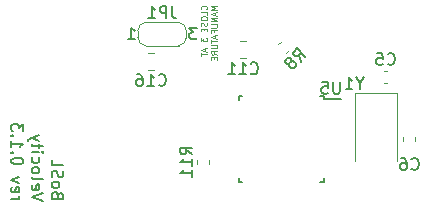
<source format=gbr>
G04 #@! TF.GenerationSoftware,KiCad,Pcbnew,(5.1.5)-3*
G04 #@! TF.CreationDate,2020-07-02T11:34:45+10:00*
G04 #@! TF.ProjectId,Heterodyne,48657465-726f-4647-996e-652e6b696361,rev?*
G04 #@! TF.SameCoordinates,Original*
G04 #@! TF.FileFunction,Legend,Bot*
G04 #@! TF.FilePolarity,Positive*
%FSLAX46Y46*%
G04 Gerber Fmt 4.6, Leading zero omitted, Abs format (unit mm)*
G04 Created by KiCad (PCBNEW (5.1.5)-3) date 2020-07-02 11:34:45*
%MOMM*%
%LPD*%
G04 APERTURE LIST*
%ADD10C,0.125000*%
%ADD11C,0.200000*%
%ADD12C,0.120000*%
%ADD13C,0.150000*%
G04 APERTURE END LIST*
D10*
X120741071Y-49211904D02*
X120764880Y-49188095D01*
X120788690Y-49116666D01*
X120788690Y-49069047D01*
X120764880Y-48997619D01*
X120717261Y-48950000D01*
X120669642Y-48926190D01*
X120574404Y-48902380D01*
X120502976Y-48902380D01*
X120407738Y-48926190D01*
X120360119Y-48950000D01*
X120312500Y-48997619D01*
X120288690Y-49069047D01*
X120288690Y-49116666D01*
X120312500Y-49188095D01*
X120336309Y-49211904D01*
X120788690Y-49664285D02*
X120788690Y-49426190D01*
X120288690Y-49426190D01*
X120288690Y-49926190D02*
X120288690Y-50021428D01*
X120312500Y-50069047D01*
X120360119Y-50116666D01*
X120455357Y-50140476D01*
X120622023Y-50140476D01*
X120717261Y-50116666D01*
X120764880Y-50069047D01*
X120788690Y-50021428D01*
X120788690Y-49926190D01*
X120764880Y-49878571D01*
X120717261Y-49830952D01*
X120622023Y-49807142D01*
X120455357Y-49807142D01*
X120360119Y-49830952D01*
X120312500Y-49878571D01*
X120288690Y-49926190D01*
X120764880Y-50330952D02*
X120788690Y-50402380D01*
X120788690Y-50521428D01*
X120764880Y-50569047D01*
X120741071Y-50592857D01*
X120693452Y-50616666D01*
X120645833Y-50616666D01*
X120598214Y-50592857D01*
X120574404Y-50569047D01*
X120550595Y-50521428D01*
X120526785Y-50426190D01*
X120502976Y-50378571D01*
X120479166Y-50354761D01*
X120431547Y-50330952D01*
X120383928Y-50330952D01*
X120336309Y-50354761D01*
X120312500Y-50378571D01*
X120288690Y-50426190D01*
X120288690Y-50545238D01*
X120312500Y-50616666D01*
X120526785Y-50830952D02*
X120526785Y-50997619D01*
X120788690Y-51069047D02*
X120788690Y-50830952D01*
X120288690Y-50830952D01*
X120288690Y-51069047D01*
X120288690Y-51616666D02*
X120288690Y-51926190D01*
X120479166Y-51759523D01*
X120479166Y-51830952D01*
X120502976Y-51878571D01*
X120526785Y-51902380D01*
X120574404Y-51926190D01*
X120693452Y-51926190D01*
X120741071Y-51902380D01*
X120764880Y-51878571D01*
X120788690Y-51830952D01*
X120788690Y-51688095D01*
X120764880Y-51640476D01*
X120741071Y-51616666D01*
X120645833Y-52497619D02*
X120645833Y-52735714D01*
X120788690Y-52450000D02*
X120288690Y-52616666D01*
X120788690Y-52783333D01*
X120288690Y-52878571D02*
X120288690Y-53164285D01*
X120788690Y-53021428D02*
X120288690Y-53021428D01*
X121663690Y-48938095D02*
X121163690Y-48938095D01*
X121520833Y-49104761D01*
X121163690Y-49271428D01*
X121663690Y-49271428D01*
X121520833Y-49485714D02*
X121520833Y-49723809D01*
X121663690Y-49438095D02*
X121163690Y-49604761D01*
X121663690Y-49771428D01*
X121663690Y-49938095D02*
X121163690Y-49938095D01*
X121663690Y-50223809D01*
X121163690Y-50223809D01*
X121163690Y-50461904D02*
X121568452Y-50461904D01*
X121616071Y-50485714D01*
X121639880Y-50509523D01*
X121663690Y-50557142D01*
X121663690Y-50652380D01*
X121639880Y-50700000D01*
X121616071Y-50723809D01*
X121568452Y-50747619D01*
X121163690Y-50747619D01*
X121401785Y-51152380D02*
X121401785Y-50985714D01*
X121663690Y-50985714D02*
X121163690Y-50985714D01*
X121163690Y-51223809D01*
X121520833Y-51390476D02*
X121520833Y-51628571D01*
X121663690Y-51342857D02*
X121163690Y-51509523D01*
X121663690Y-51676190D01*
X121163690Y-51771428D02*
X121163690Y-52057142D01*
X121663690Y-51914285D02*
X121163690Y-51914285D01*
X121163690Y-52223809D02*
X121568452Y-52223809D01*
X121616071Y-52247619D01*
X121639880Y-52271428D01*
X121663690Y-52319047D01*
X121663690Y-52414285D01*
X121639880Y-52461904D01*
X121616071Y-52485714D01*
X121568452Y-52509523D01*
X121163690Y-52509523D01*
X121663690Y-53033333D02*
X121425595Y-52866666D01*
X121663690Y-52747619D02*
X121163690Y-52747619D01*
X121163690Y-52938095D01*
X121187500Y-52985714D01*
X121211309Y-53009523D01*
X121258928Y-53033333D01*
X121330357Y-53033333D01*
X121377976Y-53009523D01*
X121401785Y-52985714D01*
X121425595Y-52938095D01*
X121425595Y-52747619D01*
X121401785Y-53247619D02*
X121401785Y-53414285D01*
X121663690Y-53485714D02*
X121663690Y-53247619D01*
X121163690Y-53247619D01*
X121163690Y-53485714D01*
D11*
X108171428Y-64948571D02*
X108123809Y-64805714D01*
X108076190Y-64758095D01*
X107980952Y-64710476D01*
X107838095Y-64710476D01*
X107742857Y-64758095D01*
X107695238Y-64805714D01*
X107647619Y-64900952D01*
X107647619Y-65281904D01*
X108647619Y-65281904D01*
X108647619Y-64948571D01*
X108600000Y-64853333D01*
X108552380Y-64805714D01*
X108457142Y-64758095D01*
X108361904Y-64758095D01*
X108266666Y-64805714D01*
X108219047Y-64853333D01*
X108171428Y-64948571D01*
X108171428Y-65281904D01*
X107647619Y-64139047D02*
X107695238Y-64234285D01*
X107742857Y-64281904D01*
X107838095Y-64329523D01*
X108123809Y-64329523D01*
X108219047Y-64281904D01*
X108266666Y-64234285D01*
X108314285Y-64139047D01*
X108314285Y-63996190D01*
X108266666Y-63900952D01*
X108219047Y-63853333D01*
X108123809Y-63805714D01*
X107838095Y-63805714D01*
X107742857Y-63853333D01*
X107695238Y-63900952D01*
X107647619Y-63996190D01*
X107647619Y-64139047D01*
X107695238Y-63424761D02*
X107647619Y-63281904D01*
X107647619Y-63043809D01*
X107695238Y-62948571D01*
X107742857Y-62900952D01*
X107838095Y-62853333D01*
X107933333Y-62853333D01*
X108028571Y-62900952D01*
X108076190Y-62948571D01*
X108123809Y-63043809D01*
X108171428Y-63234285D01*
X108219047Y-63329523D01*
X108266666Y-63377142D01*
X108361904Y-63424761D01*
X108457142Y-63424761D01*
X108552380Y-63377142D01*
X108600000Y-63329523D01*
X108647619Y-63234285D01*
X108647619Y-62996190D01*
X108600000Y-62853333D01*
X107647619Y-61948571D02*
X107647619Y-62424761D01*
X108647619Y-62424761D01*
X106947619Y-65424761D02*
X105947619Y-65091428D01*
X106947619Y-64758095D01*
X105995238Y-64043809D02*
X105947619Y-64139047D01*
X105947619Y-64329523D01*
X105995238Y-64424761D01*
X106090476Y-64472380D01*
X106471428Y-64472380D01*
X106566666Y-64424761D01*
X106614285Y-64329523D01*
X106614285Y-64139047D01*
X106566666Y-64043809D01*
X106471428Y-63996190D01*
X106376190Y-63996190D01*
X106280952Y-64472380D01*
X105947619Y-63424761D02*
X105995238Y-63520000D01*
X106090476Y-63567619D01*
X106947619Y-63567619D01*
X105947619Y-62900952D02*
X105995238Y-62996190D01*
X106042857Y-63043809D01*
X106138095Y-63091428D01*
X106423809Y-63091428D01*
X106519047Y-63043809D01*
X106566666Y-62996190D01*
X106614285Y-62900952D01*
X106614285Y-62758095D01*
X106566666Y-62662857D01*
X106519047Y-62615238D01*
X106423809Y-62567619D01*
X106138095Y-62567619D01*
X106042857Y-62615238D01*
X105995238Y-62662857D01*
X105947619Y-62758095D01*
X105947619Y-62900952D01*
X105995238Y-61710476D02*
X105947619Y-61805714D01*
X105947619Y-61996190D01*
X105995238Y-62091428D01*
X106042857Y-62139047D01*
X106138095Y-62186666D01*
X106423809Y-62186666D01*
X106519047Y-62139047D01*
X106566666Y-62091428D01*
X106614285Y-61996190D01*
X106614285Y-61805714D01*
X106566666Y-61710476D01*
X105947619Y-61281904D02*
X106614285Y-61281904D01*
X106947619Y-61281904D02*
X106900000Y-61329523D01*
X106852380Y-61281904D01*
X106900000Y-61234285D01*
X106947619Y-61281904D01*
X106852380Y-61281904D01*
X106614285Y-60948571D02*
X106614285Y-60567619D01*
X106947619Y-60805714D02*
X106090476Y-60805714D01*
X105995238Y-60758095D01*
X105947619Y-60662857D01*
X105947619Y-60567619D01*
X106614285Y-60329523D02*
X105947619Y-60091428D01*
X106614285Y-59853333D02*
X105947619Y-60091428D01*
X105709523Y-60186666D01*
X105661904Y-60234285D01*
X105614285Y-60329523D01*
X104247619Y-65281904D02*
X104914285Y-65281904D01*
X104723809Y-65281904D02*
X104819047Y-65234285D01*
X104866666Y-65186666D01*
X104914285Y-65091428D01*
X104914285Y-64996190D01*
X104295238Y-64281904D02*
X104247619Y-64377142D01*
X104247619Y-64567619D01*
X104295238Y-64662857D01*
X104390476Y-64710476D01*
X104771428Y-64710476D01*
X104866666Y-64662857D01*
X104914285Y-64567619D01*
X104914285Y-64377142D01*
X104866666Y-64281904D01*
X104771428Y-64234285D01*
X104676190Y-64234285D01*
X104580952Y-64710476D01*
X104914285Y-63900952D02*
X104247619Y-63662857D01*
X104914285Y-63424761D01*
X105247619Y-62091428D02*
X105247619Y-61996190D01*
X105200000Y-61900952D01*
X105152380Y-61853333D01*
X105057142Y-61805714D01*
X104866666Y-61758095D01*
X104628571Y-61758095D01*
X104438095Y-61805714D01*
X104342857Y-61853333D01*
X104295238Y-61900952D01*
X104247619Y-61996190D01*
X104247619Y-62091428D01*
X104295238Y-62186666D01*
X104342857Y-62234285D01*
X104438095Y-62281904D01*
X104628571Y-62329523D01*
X104866666Y-62329523D01*
X105057142Y-62281904D01*
X105152380Y-62234285D01*
X105200000Y-62186666D01*
X105247619Y-62091428D01*
X104342857Y-61329523D02*
X104295238Y-61281904D01*
X104247619Y-61329523D01*
X104295238Y-61377142D01*
X104342857Y-61329523D01*
X104247619Y-61329523D01*
X104247619Y-60329523D02*
X104247619Y-60900952D01*
X104247619Y-60615238D02*
X105247619Y-60615238D01*
X105104761Y-60710476D01*
X105009523Y-60805714D01*
X104961904Y-60900952D01*
X104342857Y-59900952D02*
X104295238Y-59853333D01*
X104247619Y-59900952D01*
X104295238Y-59948571D01*
X104342857Y-59900952D01*
X104247619Y-59900952D01*
X105247619Y-59520000D02*
X105247619Y-58900952D01*
X104866666Y-59234285D01*
X104866666Y-59091428D01*
X104819047Y-58996190D01*
X104771428Y-58948571D01*
X104676190Y-58900952D01*
X104438095Y-58900952D01*
X104342857Y-58948571D01*
X104295238Y-58996190D01*
X104247619Y-59091428D01*
X104247619Y-59377142D01*
X104295238Y-59472380D01*
X104342857Y-59520000D01*
D12*
X115803922Y-52890000D02*
X116321078Y-52890000D01*
X115803922Y-54310000D02*
X116321078Y-54310000D01*
X114950000Y-51600000D02*
G75*
G03X115650000Y-52300000I700000J0D01*
G01*
X115650000Y-50300000D02*
G75*
G03X114950000Y-51000000I0J-700000D01*
G01*
X119050000Y-51000000D02*
G75*
G03X118350000Y-50300000I-700000J0D01*
G01*
X118350000Y-52300000D02*
G75*
G03X119050000Y-51600000I0J700000D01*
G01*
X115600000Y-52300000D02*
X118400000Y-52300000D01*
X119050000Y-51600000D02*
X119050000Y-51000000D01*
X118400000Y-50300000D02*
X115600000Y-50300000D01*
X114950000Y-51000000D02*
X114950000Y-51600000D01*
X121010000Y-61962221D02*
X121010000Y-62287779D01*
X119990000Y-61962221D02*
X119990000Y-62287779D01*
X126805555Y-52173196D02*
X127035760Y-51942991D01*
X127526804Y-52894445D02*
X127757009Y-52664240D01*
X137390000Y-60337779D02*
X137390000Y-60012221D01*
X138410000Y-60337779D02*
X138410000Y-60012221D01*
X136087779Y-55410000D02*
X135762221Y-55410000D01*
X136087779Y-54390000D02*
X135762221Y-54390000D01*
X123603922Y-51890000D02*
X124121078Y-51890000D01*
X123603922Y-53310000D02*
X124121078Y-53310000D01*
D13*
X130725000Y-56575000D02*
X130725000Y-56800000D01*
X123475000Y-56575000D02*
X123475000Y-56900000D01*
X123475000Y-63825000D02*
X123475000Y-63500000D01*
X130725000Y-63825000D02*
X130725000Y-63500000D01*
X130725000Y-56575000D02*
X130400000Y-56575000D01*
X130725000Y-63825000D02*
X130400000Y-63825000D01*
X123475000Y-63825000D02*
X123800000Y-63825000D01*
X123475000Y-56575000D02*
X123800000Y-56575000D01*
X130725000Y-56800000D02*
X132150000Y-56800000D01*
D12*
X133300000Y-62050000D02*
X133300000Y-56300000D01*
X133300000Y-56300000D02*
X136900000Y-56300000D01*
X136900000Y-56300000D02*
X136900000Y-62050000D01*
D13*
X116705357Y-55607142D02*
X116752976Y-55654761D01*
X116895833Y-55702380D01*
X116991071Y-55702380D01*
X117133928Y-55654761D01*
X117229166Y-55559523D01*
X117276785Y-55464285D01*
X117324404Y-55273809D01*
X117324404Y-55130952D01*
X117276785Y-54940476D01*
X117229166Y-54845238D01*
X117133928Y-54750000D01*
X116991071Y-54702380D01*
X116895833Y-54702380D01*
X116752976Y-54750000D01*
X116705357Y-54797619D01*
X115752976Y-55702380D02*
X116324404Y-55702380D01*
X116038690Y-55702380D02*
X116038690Y-54702380D01*
X116133928Y-54845238D01*
X116229166Y-54940476D01*
X116324404Y-54988095D01*
X114895833Y-54702380D02*
X115086309Y-54702380D01*
X115181547Y-54750000D01*
X115229166Y-54797619D01*
X115324404Y-54940476D01*
X115372023Y-55130952D01*
X115372023Y-55511904D01*
X115324404Y-55607142D01*
X115276785Y-55654761D01*
X115181547Y-55702380D01*
X114991071Y-55702380D01*
X114895833Y-55654761D01*
X114848214Y-55607142D01*
X114800595Y-55511904D01*
X114800595Y-55273809D01*
X114848214Y-55178571D01*
X114895833Y-55130952D01*
X114991071Y-55083333D01*
X115181547Y-55083333D01*
X115276785Y-55130952D01*
X115324404Y-55178571D01*
X115372023Y-55273809D01*
X117833333Y-48952380D02*
X117833333Y-49666666D01*
X117880952Y-49809523D01*
X117976190Y-49904761D01*
X118119047Y-49952380D01*
X118214285Y-49952380D01*
X117357142Y-49952380D02*
X117357142Y-48952380D01*
X116976190Y-48952380D01*
X116880952Y-49000000D01*
X116833333Y-49047619D01*
X116785714Y-49142857D01*
X116785714Y-49285714D01*
X116833333Y-49380952D01*
X116880952Y-49428571D01*
X116976190Y-49476190D01*
X117357142Y-49476190D01*
X115833333Y-49952380D02*
X116404761Y-49952380D01*
X116119047Y-49952380D02*
X116119047Y-48952380D01*
X116214285Y-49095238D01*
X116309523Y-49190476D01*
X116404761Y-49238095D01*
X114114285Y-51752380D02*
X114685714Y-51752380D01*
X114400000Y-51752380D02*
X114400000Y-50752380D01*
X114495238Y-50895238D01*
X114590476Y-50990476D01*
X114685714Y-51038095D01*
X119933333Y-50752380D02*
X119314285Y-50752380D01*
X119647619Y-51133333D01*
X119504761Y-51133333D01*
X119409523Y-51180952D01*
X119361904Y-51228571D01*
X119314285Y-51323809D01*
X119314285Y-51561904D01*
X119361904Y-51657142D01*
X119409523Y-51704761D01*
X119504761Y-51752380D01*
X119790476Y-51752380D01*
X119885714Y-51704761D01*
X119933333Y-51657142D01*
X119522380Y-61482142D02*
X119046190Y-61148809D01*
X119522380Y-60910714D02*
X118522380Y-60910714D01*
X118522380Y-61291666D01*
X118570000Y-61386904D01*
X118617619Y-61434523D01*
X118712857Y-61482142D01*
X118855714Y-61482142D01*
X118950952Y-61434523D01*
X118998571Y-61386904D01*
X119046190Y-61291666D01*
X119046190Y-60910714D01*
X119522380Y-62434523D02*
X119522380Y-61863095D01*
X119522380Y-62148809D02*
X118522380Y-62148809D01*
X118665238Y-62053571D01*
X118760476Y-61958333D01*
X118808095Y-61863095D01*
X119522380Y-63386904D02*
X119522380Y-62815476D01*
X119522380Y-63101190D02*
X118522380Y-63101190D01*
X118665238Y-63005952D01*
X118760476Y-62910714D01*
X118808095Y-62815476D01*
X128730177Y-53631911D02*
X128629162Y-53059491D01*
X129134238Y-53227850D02*
X128427132Y-52520743D01*
X128157757Y-52790117D01*
X128124086Y-52891132D01*
X128124086Y-52958476D01*
X128157757Y-53059491D01*
X128258773Y-53160506D01*
X128359788Y-53194178D01*
X128427132Y-53194178D01*
X128528147Y-53160506D01*
X128797521Y-52891132D01*
X127922055Y-53631911D02*
X127955727Y-53530896D01*
X127955727Y-53463552D01*
X127922055Y-53362537D01*
X127888383Y-53328865D01*
X127787368Y-53295193D01*
X127720025Y-53295193D01*
X127619009Y-53328865D01*
X127484322Y-53463552D01*
X127450651Y-53564568D01*
X127450651Y-53631911D01*
X127484322Y-53732926D01*
X127517994Y-53766598D01*
X127619009Y-53800270D01*
X127686353Y-53800270D01*
X127787368Y-53766598D01*
X127922055Y-53631911D01*
X128023070Y-53598239D01*
X128090414Y-53598239D01*
X128191429Y-53631911D01*
X128326116Y-53766598D01*
X128359788Y-53867613D01*
X128359788Y-53934957D01*
X128326116Y-54035972D01*
X128191429Y-54170659D01*
X128090414Y-54204331D01*
X128023070Y-54204331D01*
X127922055Y-54170659D01*
X127787368Y-54035972D01*
X127753696Y-53934957D01*
X127753696Y-53867613D01*
X127787368Y-53766598D01*
X138116666Y-62707142D02*
X138164285Y-62754761D01*
X138307142Y-62802380D01*
X138402380Y-62802380D01*
X138545238Y-62754761D01*
X138640476Y-62659523D01*
X138688095Y-62564285D01*
X138735714Y-62373809D01*
X138735714Y-62230952D01*
X138688095Y-62040476D01*
X138640476Y-61945238D01*
X138545238Y-61850000D01*
X138402380Y-61802380D01*
X138307142Y-61802380D01*
X138164285Y-61850000D01*
X138116666Y-61897619D01*
X137259523Y-61802380D02*
X137450000Y-61802380D01*
X137545238Y-61850000D01*
X137592857Y-61897619D01*
X137688095Y-62040476D01*
X137735714Y-62230952D01*
X137735714Y-62611904D01*
X137688095Y-62707142D01*
X137640476Y-62754761D01*
X137545238Y-62802380D01*
X137354761Y-62802380D01*
X137259523Y-62754761D01*
X137211904Y-62707142D01*
X137164285Y-62611904D01*
X137164285Y-62373809D01*
X137211904Y-62278571D01*
X137259523Y-62230952D01*
X137354761Y-62183333D01*
X137545238Y-62183333D01*
X137640476Y-62230952D01*
X137688095Y-62278571D01*
X137735714Y-62373809D01*
X136091666Y-53827142D02*
X136139285Y-53874761D01*
X136282142Y-53922380D01*
X136377380Y-53922380D01*
X136520238Y-53874761D01*
X136615476Y-53779523D01*
X136663095Y-53684285D01*
X136710714Y-53493809D01*
X136710714Y-53350952D01*
X136663095Y-53160476D01*
X136615476Y-53065238D01*
X136520238Y-52970000D01*
X136377380Y-52922380D01*
X136282142Y-52922380D01*
X136139285Y-52970000D01*
X136091666Y-53017619D01*
X135186904Y-52922380D02*
X135663095Y-52922380D01*
X135710714Y-53398571D01*
X135663095Y-53350952D01*
X135567857Y-53303333D01*
X135329761Y-53303333D01*
X135234523Y-53350952D01*
X135186904Y-53398571D01*
X135139285Y-53493809D01*
X135139285Y-53731904D01*
X135186904Y-53827142D01*
X135234523Y-53874761D01*
X135329761Y-53922380D01*
X135567857Y-53922380D01*
X135663095Y-53874761D01*
X135710714Y-53827142D01*
X124505357Y-54607142D02*
X124552976Y-54654761D01*
X124695833Y-54702380D01*
X124791071Y-54702380D01*
X124933928Y-54654761D01*
X125029166Y-54559523D01*
X125076785Y-54464285D01*
X125124404Y-54273809D01*
X125124404Y-54130952D01*
X125076785Y-53940476D01*
X125029166Y-53845238D01*
X124933928Y-53750000D01*
X124791071Y-53702380D01*
X124695833Y-53702380D01*
X124552976Y-53750000D01*
X124505357Y-53797619D01*
X123552976Y-54702380D02*
X124124404Y-54702380D01*
X123838690Y-54702380D02*
X123838690Y-53702380D01*
X123933928Y-53845238D01*
X124029166Y-53940476D01*
X124124404Y-53988095D01*
X122600595Y-54702380D02*
X123172023Y-54702380D01*
X122886309Y-54702380D02*
X122886309Y-53702380D01*
X122981547Y-53845238D01*
X123076785Y-53940476D01*
X123172023Y-53988095D01*
X132061904Y-55352380D02*
X132061904Y-56161904D01*
X132014285Y-56257142D01*
X131966666Y-56304761D01*
X131871428Y-56352380D01*
X131680952Y-56352380D01*
X131585714Y-56304761D01*
X131538095Y-56257142D01*
X131490476Y-56161904D01*
X131490476Y-55352380D01*
X130538095Y-55352380D02*
X131014285Y-55352380D01*
X131061904Y-55828571D01*
X131014285Y-55780952D01*
X130919047Y-55733333D01*
X130680952Y-55733333D01*
X130585714Y-55780952D01*
X130538095Y-55828571D01*
X130490476Y-55923809D01*
X130490476Y-56161904D01*
X130538095Y-56257142D01*
X130585714Y-56304761D01*
X130680952Y-56352380D01*
X130919047Y-56352380D01*
X131014285Y-56304761D01*
X131061904Y-56257142D01*
X133726190Y-55476190D02*
X133726190Y-55952380D01*
X134059523Y-54952380D02*
X133726190Y-55476190D01*
X133392857Y-54952380D01*
X132535714Y-55952380D02*
X133107142Y-55952380D01*
X132821428Y-55952380D02*
X132821428Y-54952380D01*
X132916666Y-55095238D01*
X133011904Y-55190476D01*
X133107142Y-55238095D01*
M02*

</source>
